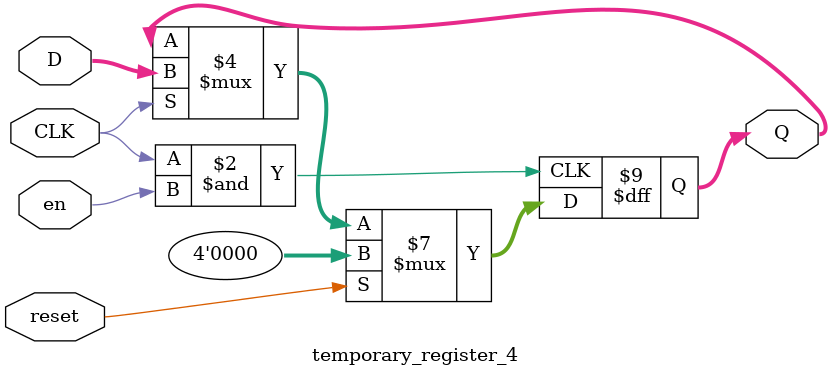
<source format=v>
module temporary_register_4(Q,D,CLK,reset,en);
input reset,en;
input CLK;
input [3:0] D;
output [3:0] Q;
reg [3:0] Q;
always @(posedge CLK & en )
begin
if (reset)
Q <= 0;
else if(CLK==1)
Q <= D;
end
endmodule // reg64
</source>
